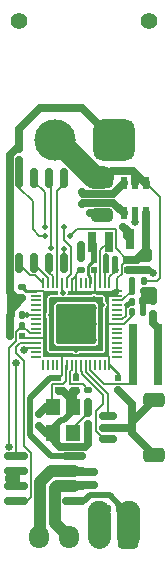
<source format=gbr>
%TF.GenerationSoftware,KiCad,Pcbnew,9.0.0*%
%TF.CreationDate,2025-04-10T00:07:50-07:00*%
%TF.ProjectId,RP2350_60QFN_minimal,52503233-3530-45f3-9630-51464e5f6d69,rev?*%
%TF.SameCoordinates,Original*%
%TF.FileFunction,Copper,L1,Top*%
%TF.FilePolarity,Positive*%
%FSLAX46Y46*%
G04 Gerber Fmt 4.6, Leading zero omitted, Abs format (unit mm)*
G04 Created by KiCad (PCBNEW 9.0.0) date 2025-04-10 00:07:50*
%MOMM*%
%LPD*%
G01*
G04 APERTURE LIST*
G04 Aperture macros list*
%AMRoundRect*
0 Rectangle with rounded corners*
0 $1 Rounding radius*
0 $2 $3 $4 $5 $6 $7 $8 $9 X,Y pos of 4 corners*
0 Add a 4 corners polygon primitive as box body*
4,1,4,$2,$3,$4,$5,$6,$7,$8,$9,$2,$3,0*
0 Add four circle primitives for the rounded corners*
1,1,$1+$1,$2,$3*
1,1,$1+$1,$4,$5*
1,1,$1+$1,$6,$7*
1,1,$1+$1,$8,$9*
0 Add four rect primitives between the rounded corners*
20,1,$1+$1,$2,$3,$4,$5,0*
20,1,$1+$1,$4,$5,$6,$7,0*
20,1,$1+$1,$6,$7,$8,$9,0*
20,1,$1+$1,$8,$9,$2,$3,0*%
%AMFreePoly0*
4,1,18,-0.437500,0.050000,-0.433694,0.069134,-0.422855,0.085355,-0.406634,0.096194,-0.387500,0.100000,0.387500,0.100000,0.437500,0.050000,0.437500,-0.050000,0.433694,-0.069134,0.422855,-0.085355,0.406634,-0.096194,0.387500,-0.100000,-0.387500,-0.100000,-0.406634,-0.096194,-0.422855,-0.085355,-0.433694,-0.069134,-0.437500,-0.050000,-0.437500,0.050000,-0.437500,0.050000,$1*%
%AMFreePoly1*
4,1,18,-0.437500,0.050000,-0.433694,0.069134,-0.422855,0.085355,-0.406634,0.096194,-0.387500,0.100000,0.387500,0.100000,0.406634,0.096194,0.422855,0.085355,0.433694,0.069134,0.437500,0.050000,0.437500,-0.050000,0.387500,-0.100000,-0.387500,-0.100000,-0.406634,-0.096194,-0.422855,-0.085355,-0.433694,-0.069134,-0.437500,-0.050000,-0.437500,0.050000,-0.437500,0.050000,$1*%
%AMFreePoly2*
4,1,18,-0.100000,0.387500,-0.050000,0.437500,0.050000,0.437500,0.069134,0.433694,0.085355,0.422855,0.096194,0.406634,0.100000,0.387500,0.100000,-0.387500,0.096194,-0.406634,0.085355,-0.422855,0.069134,-0.433694,0.050000,-0.437500,-0.050000,-0.437500,-0.069134,-0.433694,-0.085355,-0.422855,-0.096194,-0.406634,-0.100000,-0.387500,-0.100000,0.387500,-0.100000,0.387500,$1*%
%AMFreePoly3*
4,1,18,-0.100000,0.387500,-0.096194,0.406634,-0.085355,0.422855,-0.069134,0.433694,-0.050000,0.437500,0.050000,0.437500,0.100000,0.387500,0.100000,-0.387500,0.096194,-0.406634,0.085355,-0.422855,0.069134,-0.433694,0.050000,-0.437500,-0.050000,-0.437500,-0.069134,-0.433694,-0.085355,-0.422855,-0.096194,-0.406634,-0.100000,-0.387500,-0.100000,0.387500,-0.100000,0.387500,$1*%
%AMFreePoly4*
4,1,18,-0.437500,0.050000,-0.433694,0.069134,-0.422855,0.085355,-0.406634,0.096194,-0.387500,0.100000,0.387500,0.100000,0.406634,0.096194,0.422855,0.085355,0.433694,0.069134,0.437500,0.050000,0.437500,-0.050000,0.433694,-0.069134,0.422855,-0.085355,0.406634,-0.096194,0.387500,-0.100000,-0.387500,-0.100000,-0.437500,-0.050000,-0.437500,0.050000,-0.437500,0.050000,$1*%
%AMFreePoly5*
4,1,18,-0.437500,0.050000,-0.387500,0.100000,0.387500,0.100000,0.406634,0.096194,0.422855,0.085355,0.433694,0.069134,0.437500,0.050000,0.437500,-0.050000,0.433694,-0.069134,0.422855,-0.085355,0.406634,-0.096194,0.387500,-0.100000,-0.387500,-0.100000,-0.406634,-0.096194,-0.422855,-0.085355,-0.433694,-0.069134,-0.437500,-0.050000,-0.437500,0.050000,-0.437500,0.050000,$1*%
%AMFreePoly6*
4,1,18,-0.100000,0.387500,-0.096194,0.406634,-0.085355,0.422855,-0.069134,0.433694,-0.050000,0.437500,0.050000,0.437500,0.069134,0.433694,0.085355,0.422855,0.096194,0.406634,0.100000,0.387500,0.100000,-0.387500,0.050000,-0.437500,-0.050000,-0.437500,-0.069134,-0.433694,-0.085355,-0.422855,-0.096194,-0.406634,-0.100000,-0.387500,-0.100000,0.387500,-0.100000,0.387500,$1*%
%AMFreePoly7*
4,1,18,-0.100000,0.387500,-0.096194,0.406634,-0.085355,0.422855,-0.069134,0.433694,-0.050000,0.437500,0.050000,0.437500,0.069134,0.433694,0.085355,0.422855,0.096194,0.406634,0.100000,0.387500,0.100000,-0.387500,0.096194,-0.406634,0.085355,-0.422855,0.069134,-0.433694,0.050000,-0.437500,-0.050000,-0.437500,-0.100000,-0.387500,-0.100000,0.387500,-0.100000,0.387500,$1*%
G04 Aperture macros list end*
%TA.AperFunction,SMDPad,CuDef*%
%ADD10R,0.530000X0.470000*%
%TD*%
%TA.AperFunction,SMDPad,CuDef*%
%ADD11RoundRect,0.140000X-0.170000X0.140000X-0.170000X-0.140000X0.170000X-0.140000X0.170000X0.140000X0*%
%TD*%
%TA.AperFunction,SMDPad,CuDef*%
%ADD12RoundRect,0.135000X0.135000X0.185000X-0.135000X0.185000X-0.135000X-0.185000X0.135000X-0.185000X0*%
%TD*%
%TA.AperFunction,SMDPad,CuDef*%
%ADD13R,0.599999X1.100000*%
%TD*%
%TA.AperFunction,SMDPad,CuDef*%
%ADD14RoundRect,0.162500X0.162500X-0.650000X0.162500X0.650000X-0.162500X0.650000X-0.162500X-0.650000X0*%
%TD*%
%TA.AperFunction,SMDPad,CuDef*%
%ADD15RoundRect,0.150000X0.625000X-0.150000X0.625000X0.150000X-0.625000X0.150000X-0.625000X-0.150000X0*%
%TD*%
%TA.AperFunction,SMDPad,CuDef*%
%ADD16RoundRect,0.250000X0.650000X-0.350000X0.650000X0.350000X-0.650000X0.350000X-0.650000X-0.350000X0*%
%TD*%
%TA.AperFunction,SMDPad,CuDef*%
%ADD17RoundRect,0.140000X0.170000X-0.140000X0.170000X0.140000X-0.170000X0.140000X-0.170000X-0.140000X0*%
%TD*%
%TA.AperFunction,SMDPad,CuDef*%
%ADD18R,1.200000X1.400000*%
%TD*%
%TA.AperFunction,SMDPad,CuDef*%
%ADD19R,0.470000X0.530000*%
%TD*%
%TA.AperFunction,SMDPad,CuDef*%
%ADD20R,0.700000X1.700000*%
%TD*%
%TA.AperFunction,SMDPad,CuDef*%
%ADD21RoundRect,0.140000X-0.140000X-0.170000X0.140000X-0.170000X0.140000X0.170000X-0.140000X0.170000X0*%
%TD*%
%TA.AperFunction,SMDPad,CuDef*%
%ADD22RoundRect,0.135000X0.185000X-0.135000X0.185000X0.135000X-0.185000X0.135000X-0.185000X-0.135000X0*%
%TD*%
%TA.AperFunction,SMDPad,CuDef*%
%ADD23RoundRect,0.250000X-0.650000X0.325000X-0.650000X-0.325000X0.650000X-0.325000X0.650000X0.325000X0*%
%TD*%
%TA.AperFunction,SMDPad,CuDef*%
%ADD24RoundRect,0.140000X0.140000X0.170000X-0.140000X0.170000X-0.140000X-0.170000X0.140000X-0.170000X0*%
%TD*%
%TA.AperFunction,SMDPad,CuDef*%
%ADD25FreePoly0,0.000000*%
%TD*%
%TA.AperFunction,SMDPad,CuDef*%
%ADD26RoundRect,0.050000X-0.387500X-0.050000X0.387500X-0.050000X0.387500X0.050000X-0.387500X0.050000X0*%
%TD*%
%TA.AperFunction,SMDPad,CuDef*%
%ADD27FreePoly1,0.000000*%
%TD*%
%TA.AperFunction,SMDPad,CuDef*%
%ADD28FreePoly2,0.000000*%
%TD*%
%TA.AperFunction,SMDPad,CuDef*%
%ADD29RoundRect,0.050000X-0.050000X-0.387500X0.050000X-0.387500X0.050000X0.387500X-0.050000X0.387500X0*%
%TD*%
%TA.AperFunction,SMDPad,CuDef*%
%ADD30FreePoly3,0.000000*%
%TD*%
%TA.AperFunction,SMDPad,CuDef*%
%ADD31FreePoly4,0.000000*%
%TD*%
%TA.AperFunction,SMDPad,CuDef*%
%ADD32FreePoly5,0.000000*%
%TD*%
%TA.AperFunction,SMDPad,CuDef*%
%ADD33FreePoly6,0.000000*%
%TD*%
%TA.AperFunction,SMDPad,CuDef*%
%ADD34FreePoly7,0.000000*%
%TD*%
%TA.AperFunction,ComponentPad*%
%ADD35C,0.635000*%
%TD*%
%TA.AperFunction,SMDPad,CuDef*%
%ADD36RoundRect,0.153000X1.547000X-1.547000X1.547000X1.547000X-1.547000X1.547000X-1.547000X-1.547000X0*%
%TD*%
%TA.AperFunction,SMDPad,CuDef*%
%ADD37RoundRect,0.135000X-0.185000X0.135000X-0.185000X-0.135000X0.185000X-0.135000X0.185000X0.135000X0*%
%TD*%
%TA.AperFunction,ComponentPad*%
%ADD38RoundRect,0.250000X0.600000X0.725000X-0.600000X0.725000X-0.600000X-0.725000X0.600000X-0.725000X0*%
%TD*%
%TA.AperFunction,ComponentPad*%
%ADD39O,1.700000X1.950000*%
%TD*%
%TA.AperFunction,SMDPad,CuDef*%
%ADD40RoundRect,0.135000X-0.135000X-0.185000X0.135000X-0.185000X0.135000X0.185000X-0.135000X0.185000X0*%
%TD*%
%TA.AperFunction,SMDPad,CuDef*%
%ADD41R,0.650000X1.050000*%
%TD*%
%TA.AperFunction,ComponentPad*%
%ADD42C,1.400000*%
%TD*%
%TA.AperFunction,ComponentPad*%
%ADD43RoundRect,0.770000X-0.980000X-0.980000X0.980000X-0.980000X0.980000X0.980000X-0.980000X0.980000X0*%
%TD*%
%TA.AperFunction,ComponentPad*%
%ADD44C,3.500000*%
%TD*%
%TA.AperFunction,SMDPad,CuDef*%
%ADD45RoundRect,0.150000X-0.825000X-0.150000X0.825000X-0.150000X0.825000X0.150000X-0.825000X0.150000X0*%
%TD*%
%TA.AperFunction,ViaPad*%
%ADD46C,1.905000*%
%TD*%
%TA.AperFunction,ViaPad*%
%ADD47C,0.508000*%
%TD*%
%TA.AperFunction,ViaPad*%
%ADD48C,0.635000*%
%TD*%
%TA.AperFunction,Conductor*%
%ADD49C,1.905000*%
%TD*%
%TA.AperFunction,Conductor*%
%ADD50C,0.508000*%
%TD*%
%TA.AperFunction,Conductor*%
%ADD51C,0.190500*%
%TD*%
%TA.AperFunction,Conductor*%
%ADD52C,0.635000*%
%TD*%
%TA.AperFunction,Conductor*%
%ADD53C,0.254000*%
%TD*%
%TA.AperFunction,Conductor*%
%ADD54C,0.444500*%
%TD*%
%TA.AperFunction,Conductor*%
%ADD55C,1.016000*%
%TD*%
G04 APERTURE END LIST*
D10*
%TO.P,C18,1*%
%TO.N,+3V3*%
X20701000Y-50666000D03*
%TO.P,C18,2*%
%TO.N,GND*%
X20701000Y-51696000D03*
%TD*%
D11*
%TO.P,C2,1*%
%TO.N,/XIN*%
X19050000Y-53749000D03*
%TO.P,C2,2*%
%TO.N,GND*%
X19050000Y-54709000D03*
%TD*%
D12*
%TO.P,R5,1*%
%TO.N,+3V3*%
X26545000Y-40640000D03*
%TO.P,R5,2*%
%TO.N,/VREG_AVDD*%
X25525000Y-40640000D03*
%TD*%
D13*
%TO.P,U2,1,CB*%
%TO.N,Net-(U2-CB)*%
X26227999Y-36733000D03*
%TO.P,U2,2,GND*%
%TO.N,GND*%
X27178000Y-36733000D03*
%TO.P,U2,3,FB*%
%TO.N,+3V3*%
X28128001Y-36733000D03*
%TO.P,U2,4,EN*%
%TO.N,+24V*%
X28128001Y-34133000D03*
%TO.P,U2,5,VIN*%
X27178000Y-34133000D03*
%TO.P,U2,6,SW*%
%TO.N,Net-(U2-SW)*%
X26227999Y-34133000D03*
%TD*%
D14*
%TO.P,U1,1,~{CS}*%
%TO.N,/FLASH_SS*%
X17399000Y-40925500D03*
%TO.P,U1,2,DO(IO1)*%
%TO.N,/QSPI_SD1*%
X18669000Y-40925500D03*
%TO.P,U1,3,IO2*%
%TO.N,/QSPI_SD2*%
X19939000Y-40925500D03*
%TO.P,U1,4,GND*%
%TO.N,GND*%
X21209000Y-40925500D03*
%TO.P,U1,5,DI(IO0)*%
%TO.N,/QSPI_SD0*%
X21209000Y-33750500D03*
%TO.P,U1,6,CLK*%
%TO.N,/QSPI_SCLK*%
X19939000Y-33750500D03*
%TO.P,U1,7,IO3*%
%TO.N,/QSPI_SD3*%
X18669000Y-33750500D03*
%TO.P,U1,8,VCC*%
%TO.N,+3V3*%
X17399000Y-33750500D03*
%TD*%
D15*
%TO.P,J3,1,Pin_1*%
%TO.N,/SWCLK*%
X24924000Y-55864000D03*
%TO.P,J3,2,Pin_2*%
%TO.N,GND*%
X24924000Y-54864000D03*
%TO.P,J3,3,Pin_3*%
%TO.N,/SWD*%
X24924000Y-53864000D03*
D16*
%TO.P,J3,MP,MountPin*%
%TO.N,GND*%
X28799000Y-57164000D03*
X28799000Y-52564000D03*
%TD*%
D17*
%TO.P,C13,1*%
%TO.N,+3V3*%
X22606000Y-41501000D03*
%TO.P,C13,2*%
%TO.N,GND*%
X22606000Y-40541000D03*
%TD*%
D18*
%TO.P,Y1,1,1*%
%TO.N,/XIN*%
X20232000Y-53129000D03*
%TO.P,Y1,2,2*%
%TO.N,GND*%
X20232000Y-55329000D03*
%TO.P,Y1,3,3*%
%TO.N,Net-(C3-Pad1)*%
X21932000Y-55329000D03*
%TO.P,Y1,4,4*%
%TO.N,GND*%
X21932000Y-53129000D03*
%TD*%
D19*
%TO.P,C7,1*%
%TO.N,+1V1*%
X23742000Y-40640000D03*
%TO.P,C7,2*%
%TO.N,GND*%
X24772000Y-40640000D03*
%TD*%
D10*
%TO.P,C15,1*%
%TO.N,+3V3*%
X25753000Y-50666000D03*
%TO.P,C15,2*%
%TO.N,GND*%
X25753000Y-51696000D03*
%TD*%
D20*
%TO.P,L2,1,1*%
%TO.N,+1V1*%
X23557000Y-39116000D03*
%TO.P,L2,2,2*%
%TO.N,/VREG_LX*%
X24957000Y-39116000D03*
%TD*%
D21*
%TO.P,C20,1*%
%TO.N,+24V*%
X24920000Y-61722000D03*
%TO.P,C20,2*%
%TO.N,GND*%
X25880000Y-61722000D03*
%TD*%
D17*
%TO.P,C4,1*%
%TO.N,+3V3*%
X17399000Y-32230000D03*
%TO.P,C4,2*%
%TO.N,GND*%
X17399000Y-31270000D03*
%TD*%
D10*
%TO.P,C11,1*%
%TO.N,+1V1*%
X22225000Y-50666000D03*
%TO.P,C11,2*%
%TO.N,GND*%
X22225000Y-51696000D03*
%TD*%
D22*
%TO.P,R4,1*%
%TO.N,Net-(R4-Pad1)*%
X28702000Y-45214000D03*
%TO.P,R4,2*%
%TO.N,GND*%
X28702000Y-44194000D03*
%TD*%
D11*
%TO.P,C6,1*%
%TO.N,Net-(U2-SW)*%
X22733000Y-34953000D03*
%TO.P,C6,2*%
%TO.N,Net-(U2-CB)*%
X22733000Y-35913000D03*
%TD*%
%TO.P,C19,1*%
%TO.N,+3V3*%
X27432000Y-40541000D03*
%TO.P,C19,2*%
%TO.N,GND*%
X27432000Y-41501000D03*
%TD*%
D23*
%TO.P,C1,1*%
%TO.N,+24V*%
X24384000Y-33958000D03*
%TO.P,C1,2*%
%TO.N,GND*%
X24384000Y-36908000D03*
%TD*%
D21*
%TO.P,C9,1*%
%TO.N,+1V1*%
X26952000Y-44196000D03*
%TO.P,C9,2*%
%TO.N,GND*%
X27912000Y-44196000D03*
%TD*%
D24*
%TO.P,C12,1*%
%TO.N,+1V1*%
X17625000Y-45339000D03*
%TO.P,C12,2*%
%TO.N,GND*%
X16665000Y-45339000D03*
%TD*%
D25*
%TO.P,U3,1,IOVDD*%
%TO.N,+3V3*%
X18787500Y-43301000D03*
D26*
%TO.P,U3,2,GPIO0*%
%TO.N,/GPIO0*%
X18787500Y-43701000D03*
%TO.P,U3,3,GPIO1*%
%TO.N,/GPIO1*%
X18787500Y-44101000D03*
%TO.P,U3,4,GPIO2*%
%TO.N,/GPIO2*%
X18787500Y-44501000D03*
%TO.P,U3,5,GPIO3*%
%TO.N,/GPIO3*%
X18787500Y-44901000D03*
%TO.P,U3,6,DVDD*%
%TO.N,+1V1*%
X18787500Y-45301000D03*
%TO.P,U3,7,GPIO4*%
%TO.N,/GPIO4*%
X18787500Y-45701000D03*
%TO.P,U3,8,GPIO5*%
%TO.N,/GPIO5*%
X18787500Y-46101000D03*
%TO.P,U3,9,GPIO6*%
%TO.N,/GPIO6*%
X18787500Y-46501000D03*
%TO.P,U3,10,GPIO7*%
%TO.N,/GPIO7*%
X18787500Y-46901000D03*
%TO.P,U3,11,IOVDD*%
%TO.N,+3V3*%
X18787500Y-47301000D03*
%TO.P,U3,12,GPIO8*%
%TO.N,/GPIO8*%
X18787500Y-47701000D03*
%TO.P,U3,13,GPIO9*%
%TO.N,/GPIO9*%
X18787500Y-48101000D03*
%TO.P,U3,14,GPIO10*%
%TO.N,/GPIO10*%
X18787500Y-48501000D03*
D27*
%TO.P,U3,15,GPIO11*%
%TO.N,/GPIO11*%
X18787500Y-48901000D03*
D28*
%TO.P,U3,16,GPIO12*%
%TO.N,/GPIO12*%
X19425000Y-49538500D03*
D29*
%TO.P,U3,17,GPIO13*%
%TO.N,/GPIO13*%
X19825000Y-49538500D03*
%TO.P,U3,18,GPIO14*%
%TO.N,/GPIO14*%
X20225000Y-49538500D03*
%TO.P,U3,19,GPIO15*%
%TO.N,/GPIO15*%
X20625000Y-49538500D03*
%TO.P,U3,20,IOVDD*%
%TO.N,+3V3*%
X21025000Y-49538500D03*
%TO.P,U3,21,XIN*%
%TO.N,/XIN*%
X21425000Y-49538500D03*
%TO.P,U3,22,XOUT*%
%TO.N,/XOUT*%
X21825000Y-49538500D03*
%TO.P,U3,23,DVDD*%
%TO.N,+1V1*%
X22225000Y-49538500D03*
%TO.P,U3,24,SWCLK*%
%TO.N,/SWCLK*%
X22625000Y-49538500D03*
%TO.P,U3,25,SWD*%
%TO.N,/SWD*%
X23025000Y-49538500D03*
%TO.P,U3,26,RUN*%
%TO.N,/RUN*%
X23425000Y-49538500D03*
%TO.P,U3,27,GPIO16*%
%TO.N,/GPIO16*%
X23825000Y-49538500D03*
%TO.P,U3,28,GPIO17*%
%TO.N,/GPIO17*%
X24225000Y-49538500D03*
%TO.P,U3,29,GPIO18*%
%TO.N,/GPIO18*%
X24625000Y-49538500D03*
D30*
%TO.P,U3,30,IOVDD*%
%TO.N,+3V3*%
X25025000Y-49538500D03*
D31*
%TO.P,U3,31,GPIO19*%
%TO.N,/GPIO19*%
X25662500Y-48901000D03*
D26*
%TO.P,U3,32,GPIO20*%
%TO.N,/GPIO20*%
X25662500Y-48501000D03*
%TO.P,U3,33,GPIO21*%
%TO.N,/GPIO21*%
X25662500Y-48101000D03*
%TO.P,U3,34,GPIO22*%
%TO.N,/GPIO22*%
X25662500Y-47701000D03*
%TO.P,U3,35,GPIO23*%
%TO.N,/GPIO23*%
X25662500Y-47301000D03*
%TO.P,U3,36,GPIO24*%
%TO.N,/GPIO24*%
X25662500Y-46901000D03*
%TO.P,U3,37,GPIO25*%
%TO.N,/GPIO25*%
X25662500Y-46501000D03*
%TO.P,U3,38,IOVDD*%
%TO.N,+3V3*%
X25662500Y-46101000D03*
%TO.P,U3,39,DVDD*%
%TO.N,+1V1*%
X25662500Y-45701000D03*
%TO.P,U3,40,GPIO26_ADC0*%
%TO.N,/GPIO26_ADC0*%
X25662500Y-45301000D03*
%TO.P,U3,41,GPIO27_ADC1*%
%TO.N,/GPIO27_ADC1*%
X25662500Y-44901000D03*
%TO.P,U3,42,GPIO28_ADC2*%
%TO.N,/GPIO28_ADC2*%
X25662500Y-44501000D03*
%TO.P,U3,43,GPIO29_ADC3*%
%TO.N,/GPIO29_ADC3*%
X25662500Y-44101000D03*
%TO.P,U3,44,ADC_AVDD*%
%TO.N,+3V3*%
X25662500Y-43701000D03*
D32*
%TO.P,U3,45,IOVDD*%
X25662500Y-43301000D03*
D33*
%TO.P,U3,46,VREG_AVDD*%
%TO.N,/VREG_AVDD*%
X25025000Y-42663500D03*
D29*
%TO.P,U3,47,VREG_PGND*%
%TO.N,GND*%
X24625000Y-42663500D03*
%TO.P,U3,48,VREG_LX*%
%TO.N,/VREG_LX*%
X24225000Y-42663500D03*
%TO.P,U3,49,VREG_VIN*%
%TO.N,+3V3*%
X23825000Y-42663500D03*
%TO.P,U3,50,VREG_FB*%
%TO.N,+1V1*%
X23425000Y-42663500D03*
%TO.P,U3,51,USB_DM*%
%TO.N,unconnected-(U3-USB_DM-Pad51)*%
X23025000Y-42663500D03*
%TO.P,U3,52,USB_DP*%
%TO.N,unconnected-(U3-USB_DP-Pad52)*%
X22625000Y-42663500D03*
%TO.P,U3,53,USB_OTP_VDD*%
%TO.N,+3V3*%
X22225000Y-42663500D03*
%TO.P,U3,54,QSPI_IOVDD*%
X21825000Y-42663500D03*
%TO.P,U3,55,QSPI_SD3*%
%TO.N,/QSPI_SD3*%
X21425000Y-42663500D03*
%TO.P,U3,56,QSPI_SCLK*%
%TO.N,/QSPI_SCLK*%
X21025000Y-42663500D03*
%TO.P,U3,57,QSPI_SD0*%
%TO.N,/QSPI_SD0*%
X20625000Y-42663500D03*
%TO.P,U3,58,QSPI_SD2*%
%TO.N,/QSPI_SD2*%
X20225000Y-42663500D03*
%TO.P,U3,59,QSPI_SD1*%
%TO.N,/QSPI_SD1*%
X19825000Y-42663500D03*
D34*
%TO.P,U3,60,QSPI_SS*%
%TO.N,/FLASH_SS*%
X19425000Y-42663500D03*
D35*
%TO.P,U3,61,GND*%
%TO.N,GND*%
X20850000Y-44726000D03*
X20850000Y-46101000D03*
X20850000Y-47476000D03*
X22225000Y-44726000D03*
X22225000Y-46101000D03*
D36*
X22225000Y-46101000D03*
D35*
X22225000Y-47476000D03*
X23600000Y-44726000D03*
X23600000Y-46101000D03*
X23600000Y-47476000D03*
%TD*%
D19*
%TO.P,C5,1*%
%TO.N,+3V3*%
X23742000Y-41529000D03*
%TO.P,C5,2*%
%TO.N,GND*%
X24772000Y-41529000D03*
%TD*%
D37*
%TO.P,R3,1*%
%TO.N,/XOUT*%
X23241000Y-51687000D03*
%TO.P,R3,2*%
%TO.N,Net-(C3-Pad1)*%
X23241000Y-52707000D03*
%TD*%
D38*
%TO.P,J5,1,Pin_1*%
%TO.N,GND*%
X26610000Y-64142500D03*
D39*
%TO.P,J5,2,Pin_2*%
%TO.N,+24V*%
X24110000Y-64142500D03*
%TO.P,J5,3,Pin_3*%
%TO.N,/RS485-A*%
X21610000Y-64142500D03*
%TO.P,J5,4,Pin_4*%
%TO.N,/RS485-B*%
X19110000Y-64142500D03*
%TD*%
D11*
%TO.P,C16,1*%
%TO.N,+3V3*%
X17653000Y-42954000D03*
%TO.P,C16,2*%
%TO.N,GND*%
X17653000Y-43914000D03*
%TD*%
D20*
%TO.P,L1,1,1*%
%TO.N,Net-(U2-SW)*%
X26732000Y-38862000D03*
%TO.P,L1,2,2*%
%TO.N,+3V3*%
X28132000Y-38862000D03*
%TD*%
D19*
%TO.P,C17,1*%
%TO.N,+3V3*%
X17660000Y-47117000D03*
%TO.P,C17,2*%
%TO.N,GND*%
X16630000Y-47117000D03*
%TD*%
D40*
%TO.P,R2,1*%
%TO.N,/GPIO29_ADC3*%
X26922000Y-43307000D03*
%TO.P,R2,2*%
%TO.N,GND*%
X27942000Y-43307000D03*
%TD*%
D41*
%TO.P,SW1,1,1*%
%TO.N,Net-(R4-Pad1)*%
X29142000Y-46609000D03*
X29142000Y-50759000D03*
%TO.P,SW1,2,2*%
%TO.N,/RUN*%
X26992000Y-46609000D03*
X26992000Y-50734000D03*
%TD*%
D11*
%TO.P,C3,1*%
%TO.N,Net-(C3-Pad1)*%
X23241000Y-53594000D03*
%TO.P,C3,2*%
%TO.N,GND*%
X23241000Y-54554000D03*
%TD*%
D42*
%TO.P,J1,*%
%TO.N,GND*%
X17400000Y-20480000D03*
X28400000Y-20480000D03*
D43*
%TO.P,J1,1,Pin_1*%
X25400000Y-30480000D03*
D44*
%TO.P,J1,2,Pin_2*%
%TO.N,+24V*%
X20400000Y-30480000D03*
%TD*%
D21*
%TO.P,C14,1*%
%TO.N,+3V3*%
X26952000Y-45085000D03*
%TO.P,C14,2*%
%TO.N,GND*%
X27912000Y-45085000D03*
%TD*%
D37*
%TO.P,R7,1*%
%TO.N,/RS485-B*%
X23749000Y-58672000D03*
%TO.P,R7,2*%
%TO.N,/RS485-A*%
X23749000Y-59692000D03*
%TD*%
D19*
%TO.P,C10,1*%
%TO.N,/VREG_AVDD*%
X25520000Y-41529000D03*
%TO.P,C10,2*%
%TO.N,GND*%
X26550000Y-41529000D03*
%TD*%
D45*
%TO.P,U4,1,RO*%
%TO.N,/GPIO9*%
X17083000Y-57277000D03*
%TO.P,U4,2,~{RE}*%
%TO.N,/GPIO7*%
X17083000Y-58547000D03*
%TO.P,U4,3,DE*%
X17083000Y-59817000D03*
%TO.P,U4,4,DI*%
%TO.N,/GPIO8*%
X17083000Y-61087000D03*
%TO.P,U4,5,GND*%
%TO.N,GND*%
X22033000Y-61087000D03*
%TO.P,U4,6,A*%
%TO.N,/RS485-A*%
X22033000Y-59817000D03*
%TO.P,U4,7,B*%
%TO.N,/RS485-B*%
X22033000Y-58547000D03*
%TO.P,U4,8,VCC*%
%TO.N,+3V3*%
X22033000Y-57277000D03*
%TD*%
D12*
%TO.P,R1,1*%
%TO.N,+24V*%
X27942000Y-42418000D03*
%TO.P,R1,2*%
%TO.N,/GPIO29_ADC3*%
X26922000Y-42418000D03*
%TD*%
%TO.P,R6,1*%
%TO.N,/GPIO7*%
X17655000Y-46228000D03*
%TO.P,R6,2*%
%TO.N,GND*%
X16635000Y-46228000D03*
%TD*%
D11*
%TO.P,C8,1*%
%TO.N,+3V3*%
X28321000Y-40541000D03*
%TO.P,C8,2*%
%TO.N,GND*%
X28321000Y-41501000D03*
%TD*%
D46*
%TO.N,+24V*%
X24130000Y-61976000D03*
D47*
%TO.N,GND*%
X21209000Y-39751000D03*
D48*
X26924000Y-54864000D03*
D46*
X26670000Y-61976000D03*
D48*
X28702000Y-43307000D03*
X22606000Y-39370000D03*
X23241000Y-55372000D03*
X28702000Y-41783000D03*
D47*
X24765000Y-40370002D03*
D48*
X23368000Y-36703000D03*
X27178000Y-37465000D03*
D47*
%TO.N,+3V3*%
X19558000Y-38608000D03*
X21717000Y-38608000D03*
D48*
%TO.N,Net-(U2-SW)*%
X26162000Y-37846000D03*
X25308999Y-35052000D03*
D47*
%TO.N,+1V1*%
X24384000Y-44450000D03*
X26511250Y-44450000D03*
X22225000Y-50419000D03*
X22225000Y-48260000D03*
X23742000Y-40132000D03*
X20066000Y-45339000D03*
X18034000Y-45301000D03*
X23749000Y-43942000D03*
D48*
%TO.N,/GPIO9*%
X17145000Y-49403000D03*
X17780000Y-48263750D03*
%TO.N,/GPIO7*%
X16510000Y-59182000D03*
X16510000Y-56509500D03*
D47*
%TO.N,/QSPI_SD3*%
X21209000Y-37846000D03*
X19557425Y-37846000D03*
%TO.N,/QSPI_SCLK*%
X21082000Y-43434000D03*
X20066000Y-39624000D03*
%TD*%
D49*
%TO.N,+24V*%
X24110000Y-64142500D02*
X24110000Y-62230000D01*
D50*
X24110000Y-61996000D02*
X24130000Y-61976000D01*
D51*
X29083000Y-42418000D02*
X29337000Y-42164000D01*
D49*
X20400000Y-30480000D02*
X20574000Y-30480000D01*
D52*
X24384000Y-33958000D02*
X25227500Y-33114500D01*
D49*
X20574000Y-30480000D02*
X23725000Y-33631000D01*
D50*
X24110000Y-62230000D02*
X24110000Y-61996000D01*
D52*
X26996498Y-33114500D02*
X27178000Y-33296002D01*
D49*
X23725000Y-33631000D02*
X24384000Y-33631000D01*
D52*
X28128001Y-34133000D02*
X28014998Y-34133000D01*
X28014998Y-34133000D02*
X26996498Y-33114500D01*
D51*
X27942000Y-42418000D02*
X29083000Y-42418000D01*
D52*
X27178000Y-33296002D02*
X27178000Y-34133000D01*
D51*
X29337000Y-35341999D02*
X28128001Y-34133000D01*
D52*
X25227500Y-33114500D02*
X26996498Y-33114500D01*
D51*
X29337000Y-42164000D02*
X29337000Y-35341999D01*
D52*
%TO.N,GND*%
X26924000Y-54864000D02*
X26924000Y-55289000D01*
X27432000Y-41501000D02*
X26647000Y-41501000D01*
X28702000Y-44194000D02*
X28702000Y-43307000D01*
D50*
X21214000Y-54224000D02*
X20927000Y-54224000D01*
X28702000Y-44194000D02*
X27914000Y-44194000D01*
D52*
X23241000Y-55372000D02*
X23241000Y-54554000D01*
X24924000Y-54864000D02*
X26924000Y-54864000D01*
X20863500Y-56497500D02*
X23000500Y-56497500D01*
X27432000Y-41501000D02*
X28321000Y-41501000D01*
X16605500Y-43402500D02*
X16605500Y-31753501D01*
X17117000Y-43914000D02*
X16605500Y-43402500D01*
D50*
X27912000Y-45085000D02*
X27912000Y-44196000D01*
X25046999Y-60579000D02*
X25880000Y-61412001D01*
D53*
X28420000Y-41501000D02*
X28702000Y-41783000D01*
D50*
X23368000Y-60579000D02*
X25046999Y-60579000D01*
D49*
X26610000Y-64142500D02*
X26610000Y-62230000D01*
D52*
X25768000Y-51711000D02*
X25753000Y-51711000D01*
X17089001Y-31270000D02*
X17399000Y-31270000D01*
X26647000Y-41501000D02*
X26619000Y-41529000D01*
X26924000Y-54864000D02*
X26924000Y-52867000D01*
X16581250Y-45422750D02*
X16581250Y-47117000D01*
X22606000Y-40541000D02*
X22606000Y-39370000D01*
X23000500Y-56497500D02*
X23241000Y-56257000D01*
X21932000Y-51794000D02*
X21947500Y-51778500D01*
X16665000Y-45339000D02*
X16665000Y-43462000D01*
X27942000Y-43307000D02*
X28702000Y-43307000D01*
D50*
X26610000Y-62036000D02*
X26670000Y-61976000D01*
X24772000Y-40640000D02*
X24772000Y-40377002D01*
D52*
X16605500Y-31753501D02*
X17089001Y-31270000D01*
X17399000Y-31270000D02*
X17399000Y-29586284D01*
X26924000Y-55289000D02*
X28799000Y-57164000D01*
X17653000Y-43914000D02*
X17117000Y-43914000D01*
X21932000Y-53129000D02*
X21932000Y-52592000D01*
X26924000Y-52867000D02*
X25768000Y-51711000D01*
X19670000Y-55329000D02*
X19050000Y-54709000D01*
X27912000Y-44097000D02*
X28702000Y-43307000D01*
X16665000Y-44902000D02*
X17653000Y-43914000D01*
X21932000Y-52592000D02*
X21084750Y-51744750D01*
D50*
X27942000Y-43307000D02*
X27942000Y-44166000D01*
X27942000Y-44166000D02*
X27912000Y-44196000D01*
D52*
X26924000Y-54439000D02*
X28799000Y-52564000D01*
D50*
X22033000Y-61087000D02*
X22860000Y-61087000D01*
D52*
X21947500Y-51778500D02*
X22225000Y-51778500D01*
X17399000Y-29586284D02*
X19172284Y-27813000D01*
D50*
X21932000Y-53506000D02*
X21214000Y-54224000D01*
X21932000Y-53129000D02*
X21932000Y-53506000D01*
D51*
X24625000Y-41676000D02*
X24772000Y-41529000D01*
D50*
X20232000Y-54919000D02*
X20232000Y-55329000D01*
D52*
X16665000Y-43462000D02*
X16605500Y-43402500D01*
D50*
X22860000Y-61087000D02*
X23368000Y-60579000D01*
D52*
X21084750Y-51744750D02*
X20753500Y-51744750D01*
X26924000Y-54864000D02*
X26924000Y-54439000D01*
D50*
X24772000Y-40640000D02*
X24772000Y-41529000D01*
D52*
X21932000Y-53129000D02*
X21932000Y-51794000D01*
X27912000Y-44196000D02*
X27912000Y-44097000D01*
X20232000Y-55866000D02*
X20863500Y-56497500D01*
D51*
X21209000Y-40925500D02*
X21209000Y-39751000D01*
D50*
X27914000Y-44194000D02*
X27912000Y-44196000D01*
X20927000Y-54224000D02*
X20232000Y-54919000D01*
D52*
X23368000Y-36703000D02*
X24179000Y-36703000D01*
X19172284Y-27813000D02*
X22733000Y-27813000D01*
X16665000Y-45339000D02*
X16665000Y-44902000D01*
D50*
X25880000Y-61412001D02*
X25880000Y-61722000D01*
X26610000Y-62230000D02*
X26610000Y-62036000D01*
D52*
X20232000Y-55329000D02*
X19670000Y-55329000D01*
D50*
X24772000Y-40377002D02*
X24765000Y-40370002D01*
D52*
X16665000Y-45339000D02*
X16581250Y-45422750D01*
X24179000Y-36703000D02*
X24384000Y-36908000D01*
X22733000Y-27813000D02*
X25400000Y-30480000D01*
D53*
X28321000Y-41501000D02*
X28420000Y-41501000D01*
D52*
X23241000Y-56257000D02*
X23241000Y-55372000D01*
D51*
X24625000Y-42663500D02*
X24625000Y-41676000D01*
D52*
X20232000Y-55329000D02*
X20232000Y-55866000D01*
D51*
%TO.N,/XIN*%
X21372250Y-50927000D02*
X21372250Y-49591250D01*
X20189750Y-51214750D02*
X20223500Y-51181000D01*
X21118250Y-51181000D02*
X21372250Y-50927000D01*
X21372250Y-49591250D02*
X21425000Y-49538500D01*
X20189750Y-53086750D02*
X20189750Y-51214750D01*
X20223500Y-51181000D02*
X21118250Y-51181000D01*
X20232000Y-53129000D02*
X20189750Y-53086750D01*
D52*
X20232000Y-53129000D02*
X19670000Y-53129000D01*
X19670000Y-53129000D02*
X19050000Y-53749000D01*
D51*
%TO.N,Net-(C3-Pad1)*%
X21932000Y-55329000D02*
X21932000Y-54903000D01*
D52*
X23241000Y-53594000D02*
X23241000Y-53213000D01*
D51*
X21932000Y-54903000D02*
X23241000Y-53594000D01*
D52*
X23241000Y-53213000D02*
X23241000Y-52707000D01*
D51*
%TO.N,+3V3*%
X21825000Y-42663500D02*
X21825000Y-43415000D01*
D52*
X26545000Y-40640000D02*
X27333000Y-40640000D01*
D53*
X18787500Y-43301000D02*
X18000000Y-43301000D01*
D50*
X22033000Y-57277000D02*
X20070000Y-57277000D01*
D51*
X17399000Y-34562999D02*
X17399000Y-33750500D01*
D50*
X18327500Y-55534500D02*
X18327500Y-52369540D01*
D51*
X23825000Y-43383000D02*
X23876000Y-43434000D01*
X24971250Y-49484750D02*
X24971250Y-48847250D01*
D52*
X27333000Y-40640000D02*
X27432000Y-40541000D01*
D51*
X19501000Y-47301000D02*
X19558000Y-47244000D01*
X25662500Y-43301000D02*
X25662500Y-42235904D01*
D52*
X28321000Y-40030000D02*
X28132000Y-39841000D01*
D51*
X17809000Y-47301000D02*
X18787500Y-47301000D01*
D53*
X18000000Y-43301000D02*
X17653000Y-42954000D01*
D51*
X22225000Y-42009000D02*
X22225000Y-41882000D01*
D52*
X28132000Y-36736999D02*
X28128001Y-36733000D01*
D51*
X19470980Y-43346980D02*
X19558000Y-43434000D01*
X18523001Y-35687000D02*
X17399000Y-34562999D01*
X25662500Y-42235904D02*
X26055250Y-41843154D01*
X19050000Y-38608000D02*
X18523001Y-38081001D01*
X25662500Y-46101000D02*
X24892000Y-46101000D01*
X18833480Y-43346980D02*
X19470980Y-43346980D01*
X24971250Y-48847250D02*
X24892000Y-48768000D01*
X18523001Y-38081001D02*
X18523001Y-35687000D01*
X26952000Y-45438000D02*
X26952000Y-45085000D01*
X22225000Y-41882000D02*
X22606000Y-41501000D01*
D50*
X25402500Y-43561000D02*
X24892000Y-43561000D01*
D51*
X22225000Y-42009000D02*
X21825000Y-42409000D01*
X20701000Y-50701000D02*
X21025000Y-50377000D01*
D52*
X28132000Y-39841000D02*
X27432000Y-40541000D01*
D51*
X23825000Y-41612000D02*
X23742000Y-41529000D01*
X21025000Y-50377000D02*
X21025000Y-49538500D01*
X25025000Y-49538500D02*
X24971250Y-49484750D01*
X18787500Y-47301000D02*
X19501000Y-47301000D01*
X21025000Y-48825000D02*
X21082000Y-48768000D01*
X21717000Y-38608000D02*
X22305250Y-38019750D01*
X17625000Y-47117000D02*
X17809000Y-47301000D01*
X26055250Y-41843154D02*
X26055250Y-41129750D01*
D50*
X20070000Y-57277000D02*
X18327500Y-55534500D01*
D51*
X22225000Y-42663500D02*
X22225000Y-42009000D01*
X25553250Y-39648250D02*
X26545000Y-40640000D01*
X18787500Y-43301000D02*
X18833480Y-43346980D01*
X22225000Y-42663500D02*
X22225000Y-43434000D01*
X23825000Y-42663500D02*
X23825000Y-43383000D01*
X25662500Y-46101000D02*
X26289000Y-46101000D01*
X25553250Y-38019750D02*
X25553250Y-39648250D01*
D52*
X28132000Y-38862000D02*
X28132000Y-36736999D01*
D51*
X21025000Y-49538500D02*
X21025000Y-48825000D01*
D52*
X28321000Y-40541000D02*
X27432000Y-40541000D01*
D51*
X26289000Y-46101000D02*
X26952000Y-45438000D01*
X19558000Y-38608000D02*
X19050000Y-38608000D01*
D50*
X20031040Y-50666000D02*
X20701000Y-50666000D01*
X18327500Y-52369540D02*
X20031040Y-50666000D01*
D51*
X26055250Y-41129750D02*
X26545000Y-40640000D01*
X21825000Y-43415000D02*
X21844000Y-43434000D01*
D50*
X25662500Y-43301000D02*
X25402500Y-43561000D01*
D52*
X28132000Y-38862000D02*
X28132000Y-39841000D01*
D51*
X21825000Y-42409000D02*
X21825000Y-42663500D01*
X23825000Y-42663500D02*
X23825000Y-41612000D01*
D53*
X25753000Y-50266500D02*
X25025000Y-49538500D01*
D52*
X17399000Y-32230000D02*
X17399000Y-33750500D01*
X28321000Y-40541000D02*
X28321000Y-40030000D01*
D51*
X22305250Y-38019750D02*
X25553250Y-38019750D01*
D53*
X25753000Y-50666000D02*
X25753000Y-50266500D01*
D52*
%TO.N,Net-(U2-CB)*%
X22733000Y-35913000D02*
X22781500Y-35864500D01*
X22781500Y-35864500D02*
X25359499Y-35864500D01*
X25359499Y-35864500D02*
X26227999Y-36733000D01*
%TO.N,Net-(U2-SW)*%
X22733000Y-34953000D02*
X22832000Y-35052000D01*
X22832000Y-35052000D02*
X25308999Y-35052000D01*
X26162000Y-37846000D02*
X26478000Y-38162000D01*
X26478000Y-38608000D02*
X26732000Y-38862000D01*
X25308999Y-35052000D02*
X26227999Y-34133000D01*
X26478000Y-38162000D02*
X26478000Y-38608000D01*
D51*
%TO.N,+1V1*%
X23742000Y-40132000D02*
X23742000Y-40386000D01*
D53*
X23229000Y-41931376D02*
X23229000Y-41148000D01*
D51*
X25662500Y-45701000D02*
X26120346Y-45701000D01*
X26416000Y-44545250D02*
X26511250Y-44450000D01*
X26416000Y-45405346D02*
X26416000Y-44545250D01*
D50*
X23742000Y-39301000D02*
X23557000Y-39116000D01*
D51*
X26120346Y-45701000D02*
X26416000Y-45405346D01*
D54*
X26765250Y-44196000D02*
X26952000Y-44196000D01*
D51*
X22225000Y-50419000D02*
X22225000Y-50701000D01*
D53*
X23425000Y-42127376D02*
X23229000Y-41931376D01*
D51*
X22225000Y-49538500D02*
X22225000Y-50419000D01*
D53*
X23737000Y-40640000D02*
X23742000Y-40640000D01*
D50*
X23742000Y-40132000D02*
X23742000Y-39301000D01*
D54*
X26511250Y-44450000D02*
X26765250Y-44196000D01*
D51*
X17663000Y-45301000D02*
X17625000Y-45339000D01*
D53*
X23229000Y-41148000D02*
X23737000Y-40640000D01*
D51*
X18034000Y-45301000D02*
X17663000Y-45301000D01*
D50*
X23742000Y-40640000D02*
X23742000Y-40132000D01*
D53*
X23425000Y-42663500D02*
X23425000Y-42127376D01*
D51*
X18787500Y-45301000D02*
X18034000Y-45301000D01*
%TO.N,/VREG_AVDD*%
X25025000Y-42158000D02*
X25025000Y-42663500D01*
D50*
X25525000Y-41499000D02*
X25555000Y-41529000D01*
D51*
X25555000Y-41529000D02*
X25555000Y-41628000D01*
X25555000Y-41628000D02*
X25025000Y-42158000D01*
D50*
X25525000Y-40640000D02*
X25525000Y-41499000D01*
D51*
%TO.N,/GPIO9*%
X17145000Y-57215000D02*
X17083000Y-57277000D01*
X18787500Y-48101000D02*
X17942750Y-48101000D01*
X17145000Y-49403000D02*
X17145000Y-57215000D01*
X17942750Y-48101000D02*
X17780000Y-48263750D01*
%TO.N,/GPIO8*%
X17780000Y-56388000D02*
X18415000Y-57023000D01*
X17145000Y-48006000D02*
X17145000Y-48577500D01*
X18787500Y-47701000D02*
X17450000Y-47701000D01*
X18415000Y-57023000D02*
X18415000Y-60729999D01*
X17145000Y-48577500D02*
X17780000Y-49212500D01*
X18057999Y-61087000D02*
X17083000Y-61087000D01*
X17780000Y-49212500D02*
X17780000Y-56388000D01*
X17450000Y-47701000D02*
X17145000Y-48006000D01*
X18415000Y-60729999D02*
X18057999Y-61087000D01*
%TO.N,/GPIO7*%
X18787500Y-46901000D02*
X18328000Y-46901000D01*
D52*
X17083000Y-59817000D02*
X17083000Y-58547000D01*
D51*
X17145000Y-46738000D02*
X17655000Y-46228000D01*
X16510000Y-56509500D02*
X16510000Y-48133000D01*
X16510000Y-48133000D02*
X17145000Y-47498000D01*
D52*
X16510000Y-59120000D02*
X17083000Y-58547000D01*
X16510000Y-59182000D02*
X16510000Y-59244000D01*
D51*
X17145000Y-47498000D02*
X17145000Y-46738000D01*
X18328000Y-46901000D02*
X17655000Y-46228000D01*
D52*
X16510000Y-59182000D02*
X16510000Y-59120000D01*
X16510000Y-59244000D02*
X17083000Y-59817000D01*
D51*
%TO.N,/SWCLK*%
X23876000Y-53467000D02*
X24511000Y-52832000D01*
X24511000Y-52081204D02*
X22736250Y-50306454D01*
X24511000Y-52832000D02*
X24511000Y-52081204D01*
X22736250Y-50306454D02*
X22736250Y-50184750D01*
X22625000Y-50073500D02*
X22625000Y-49538500D01*
X22736250Y-50184750D02*
X22625000Y-50073500D01*
X23876000Y-55155538D02*
X23876000Y-53467000D01*
X24924000Y-55864000D02*
X24584462Y-55864000D01*
X24584462Y-55864000D02*
X23876000Y-55155538D01*
%TO.N,/SWD*%
X24924000Y-53864000D02*
X24924000Y-52011250D01*
X23074500Y-49962892D02*
X23025000Y-49913392D01*
X23074500Y-50040046D02*
X23074500Y-49962892D01*
X23025000Y-49913392D02*
X23025000Y-49538500D01*
X23077750Y-50043296D02*
X23074500Y-50040046D01*
X24924000Y-52011250D02*
X23077750Y-50165000D01*
X23077750Y-50165000D02*
X23077750Y-50043296D01*
%TO.N,/GPIO29_ADC3*%
X25662500Y-44101000D02*
X26128000Y-44101000D01*
D50*
X26922000Y-42418000D02*
X26922000Y-43307000D01*
D51*
X26128000Y-44101000D02*
X26922000Y-43307000D01*
%TO.N,/RUN*%
X26992000Y-50859000D02*
X26992000Y-50734000D01*
X24575904Y-51147250D02*
X26703750Y-51147250D01*
X23425000Y-49996346D02*
X24575904Y-51147250D01*
X26703750Y-51147250D02*
X26992000Y-50859000D01*
X23425000Y-49538500D02*
X23425000Y-49996346D01*
D52*
X26992000Y-46439000D02*
X26992000Y-50564000D01*
%TO.N,/RS485-A*%
X23749000Y-59692000D02*
X22158000Y-59692000D01*
D55*
X20574000Y-59817000D02*
X22033000Y-59817000D01*
X21610000Y-64142500D02*
X20399000Y-62931500D01*
D52*
X22158000Y-59692000D02*
X22033000Y-59817000D01*
D55*
X20399000Y-59992000D02*
X20574000Y-59817000D01*
X20399000Y-62931500D02*
X20399000Y-59992000D01*
D52*
%TO.N,/RS485-B*%
X23749000Y-58672000D02*
X22158000Y-58672000D01*
D55*
X19169250Y-59443750D02*
X20066000Y-58547000D01*
D52*
X22158000Y-58672000D02*
X22033000Y-58547000D01*
D55*
X19110000Y-64142500D02*
X19169250Y-64083250D01*
X20066000Y-58547000D02*
X22033000Y-58547000D01*
X19169250Y-64083250D02*
X19169250Y-59443750D01*
D51*
%TO.N,/VREG_LX*%
X24242250Y-42646250D02*
X24242250Y-39830750D01*
X24242250Y-39830750D02*
X24957000Y-39116000D01*
X24225000Y-42663500D02*
X24242250Y-42646250D01*
%TO.N,/XOUT*%
X22768750Y-51214750D02*
X21781250Y-51214750D01*
X21713750Y-51147250D02*
X21713750Y-50184750D01*
X21717000Y-50184750D02*
X21717000Y-50104346D01*
X21825000Y-49996346D02*
X21825000Y-49538500D01*
X21713750Y-50184750D02*
X21717000Y-50184750D01*
X21781250Y-51214750D02*
X21717000Y-51150500D01*
X21717000Y-51150500D02*
X21717000Y-51147250D01*
X21717000Y-50104346D02*
X21825000Y-49996346D01*
X23241000Y-51687000D02*
X22768750Y-51214750D01*
X21717000Y-51147250D02*
X21713750Y-51147250D01*
D52*
%TO.N,Net-(R4-Pad1)*%
X28702000Y-45214000D02*
X28702000Y-45999000D01*
X28702000Y-45999000D02*
X29142000Y-46439000D01*
X29142000Y-46439000D02*
X29142000Y-50589000D01*
D51*
%TO.N,/FLASH_SS*%
X17399000Y-41050562D02*
X17399000Y-40925500D01*
X19425000Y-42663500D02*
X18745750Y-41984250D01*
X18745750Y-41984250D02*
X18332688Y-41984250D01*
X18332688Y-41984250D02*
X17399000Y-41050562D01*
%TO.N,/QSPI_SD2*%
X20225000Y-42037000D02*
X20225000Y-42663500D01*
X19939000Y-41751000D02*
X20225000Y-42037000D01*
X19939000Y-40925500D02*
X19939000Y-41751000D01*
%TO.N,/QSPI_SD3*%
X21209000Y-38989000D02*
X21780250Y-39560250D01*
X21425000Y-42202000D02*
X21425000Y-42663500D01*
X21780250Y-39560250D02*
X21780250Y-41846750D01*
X18669000Y-34037952D02*
X18669000Y-33750500D01*
X21209000Y-37846000D02*
X21209000Y-38989000D01*
X21780250Y-41846750D02*
X21425000Y-42202000D01*
X19557425Y-34926377D02*
X18669000Y-34037952D01*
X19557425Y-37846000D02*
X19557425Y-34926377D01*
%TO.N,/QSPI_SCLK*%
X20066000Y-33877500D02*
X19939000Y-33750500D01*
X21082000Y-43434000D02*
X21082000Y-43310194D01*
X21082000Y-43310194D02*
X21025000Y-43253194D01*
X21025000Y-43253194D02*
X21025000Y-42663500D01*
X20066000Y-39624000D02*
X20066000Y-33877500D01*
%TO.N,/QSPI_SD1*%
X19825000Y-42207040D02*
X19825000Y-42663500D01*
X18669000Y-41051040D02*
X19825000Y-42207040D01*
X18669000Y-40925500D02*
X18669000Y-41051040D01*
%TO.N,/QSPI_SD0*%
X20574000Y-42612500D02*
X20574000Y-34845750D01*
X21209000Y-34210750D02*
X21209000Y-33750500D01*
X20574000Y-34845750D02*
X21209000Y-34210750D01*
X20625000Y-42663500D02*
X20574000Y-42612500D01*
%TD*%
%TA.AperFunction,Conductor*%
%TO.N,+1V1*%
G36*
X20957064Y-43819292D02*
G01*
X21028747Y-43838500D01*
X21028748Y-43838500D01*
X21135251Y-43838500D01*
X21135253Y-43838500D01*
X21206935Y-43819292D01*
X21239545Y-43815000D01*
X24385000Y-43815000D01*
X24453121Y-43835002D01*
X24499614Y-43888658D01*
X24511000Y-43941000D01*
X24511000Y-48261000D01*
X24490998Y-48329121D01*
X24437342Y-48375614D01*
X24385000Y-48387000D01*
X20065000Y-48387000D01*
X19996879Y-48366998D01*
X19950386Y-48313342D01*
X19939000Y-48261000D01*
X19939000Y-44508680D01*
X20374500Y-44508680D01*
X20374500Y-47693319D01*
X20377443Y-47718689D01*
X20423276Y-47822490D01*
X20423277Y-47822492D01*
X20503507Y-47902722D01*
X20503509Y-47902723D01*
X20503510Y-47902724D01*
X20607310Y-47948556D01*
X20632681Y-47951499D01*
X20632683Y-47951500D01*
X20632686Y-47951500D01*
X23817317Y-47951500D01*
X23817317Y-47951499D01*
X23842690Y-47948556D01*
X23946490Y-47902724D01*
X24026724Y-47822490D01*
X24072556Y-47718690D01*
X24075500Y-47693314D01*
X24075500Y-44508686D01*
X24072556Y-44483310D01*
X24026724Y-44379510D01*
X24026723Y-44379509D01*
X24026722Y-44379507D01*
X23946492Y-44299277D01*
X23946490Y-44299276D01*
X23842688Y-44253443D01*
X23842689Y-44253443D01*
X23817319Y-44250500D01*
X23817314Y-44250500D01*
X20632686Y-44250500D01*
X20632680Y-44250500D01*
X20607310Y-44253443D01*
X20503509Y-44299276D01*
X20503507Y-44299277D01*
X20423277Y-44379507D01*
X20423276Y-44379509D01*
X20377443Y-44483310D01*
X20374500Y-44508680D01*
X19939000Y-44508680D01*
X19939000Y-43941000D01*
X19959002Y-43872879D01*
X20012658Y-43826386D01*
X20065000Y-43815000D01*
X20924455Y-43815000D01*
X20957064Y-43819292D01*
G37*
%TD.AperFunction*%
%TD*%
%TA.AperFunction,Conductor*%
%TO.N,+3V3*%
G36*
X20660135Y-43325306D02*
G01*
X20678441Y-43369500D01*
X20677907Y-43377654D01*
X20677500Y-43380746D01*
X20677500Y-43487251D01*
X20677501Y-43487259D01*
X20702572Y-43580824D01*
X20696329Y-43628250D01*
X20658378Y-43657370D01*
X20642202Y-43659500D01*
X20064990Y-43659500D01*
X20031944Y-43663053D01*
X19979605Y-43674438D01*
X19910826Y-43708867D01*
X19910824Y-43708868D01*
X19857186Y-43755346D01*
X19851694Y-43760340D01*
X19809801Y-43829070D01*
X19809800Y-43829072D01*
X19789800Y-43897184D01*
X19789799Y-43897187D01*
X19789251Y-43901000D01*
X19783500Y-43941000D01*
X19783500Y-43941005D01*
X19783500Y-45023562D01*
X19765194Y-45067756D01*
X19742324Y-45090625D01*
X19742317Y-45090634D01*
X19689068Y-45182863D01*
X19689064Y-45182872D01*
X19661501Y-45285740D01*
X19661500Y-45285748D01*
X19661500Y-45392251D01*
X19661501Y-45392259D01*
X19689064Y-45495127D01*
X19689068Y-45495136D01*
X19742317Y-45587365D01*
X19742323Y-45587373D01*
X19765193Y-45610242D01*
X19783500Y-45654436D01*
X19783500Y-48261009D01*
X19787053Y-48294055D01*
X19798438Y-48346394D01*
X19832867Y-48415173D01*
X19832868Y-48415175D01*
X19860133Y-48446640D01*
X19879360Y-48468829D01*
X19884339Y-48474305D01*
X19953070Y-48516199D01*
X19991766Y-48527561D01*
X20021184Y-48536199D01*
X20021187Y-48536200D01*
X20021188Y-48536200D01*
X20021191Y-48536201D01*
X20065000Y-48542500D01*
X21909563Y-48542500D01*
X21953757Y-48560806D01*
X21953758Y-48560807D01*
X21976626Y-48583676D01*
X21976634Y-48583682D01*
X22068863Y-48636931D01*
X22068866Y-48636932D01*
X22068869Y-48636934D01*
X22068870Y-48636934D01*
X22068872Y-48636935D01*
X22131826Y-48653803D01*
X22171747Y-48664500D01*
X22171748Y-48664500D01*
X22278252Y-48664500D01*
X22278253Y-48664500D01*
X22381131Y-48636934D01*
X22473369Y-48583680D01*
X22496242Y-48560807D01*
X22540436Y-48542500D01*
X24384993Y-48542500D01*
X24385000Y-48542500D01*
X24418053Y-48538947D01*
X24470395Y-48527561D01*
X24539173Y-48493133D01*
X24592829Y-48446640D01*
X24598305Y-48441661D01*
X24640199Y-48372930D01*
X24660201Y-48304809D01*
X24666500Y-48261000D01*
X24666500Y-44765437D01*
X24684806Y-44721243D01*
X24707676Y-44698373D01*
X24707680Y-44698369D01*
X24760934Y-44606131D01*
X24788500Y-44503253D01*
X24788500Y-44396747D01*
X24760934Y-44293869D01*
X24707680Y-44201631D01*
X24707678Y-44201629D01*
X24707675Y-44201625D01*
X24684806Y-44178756D01*
X24666500Y-44134562D01*
X24666500Y-43941007D01*
X24666499Y-43940990D01*
X24666145Y-43937698D01*
X24662947Y-43907947D01*
X24651561Y-43855605D01*
X24617133Y-43786827D01*
X24617131Y-43786825D01*
X24617131Y-43786824D01*
X24570653Y-43733186D01*
X24570652Y-43733185D01*
X24570640Y-43733171D01*
X24565661Y-43727695D01*
X24496930Y-43685801D01*
X24496927Y-43685800D01*
X24428815Y-43665800D01*
X24428812Y-43665799D01*
X24412380Y-43663436D01*
X24385000Y-43659500D01*
X24384995Y-43659500D01*
X24064437Y-43659500D01*
X24020243Y-43641194D01*
X24020242Y-43641193D01*
X23997373Y-43618323D01*
X23997365Y-43618317D01*
X23905136Y-43565068D01*
X23905127Y-43565064D01*
X23802259Y-43537501D01*
X23802254Y-43537500D01*
X23802253Y-43537500D01*
X23695747Y-43537500D01*
X23695746Y-43537500D01*
X23695740Y-43537501D01*
X23592872Y-43565064D01*
X23592863Y-43565068D01*
X23500634Y-43618317D01*
X23500626Y-43618323D01*
X23477758Y-43641193D01*
X23433564Y-43659500D01*
X21521798Y-43659500D01*
X21477604Y-43641194D01*
X21459298Y-43597000D01*
X21461428Y-43580824D01*
X21473036Y-43537500D01*
X21486500Y-43487253D01*
X21486500Y-43380747D01*
X21486500Y-43380746D01*
X21486093Y-43377654D01*
X21498477Y-43331449D01*
X21539905Y-43307534D01*
X21548059Y-43307000D01*
X24956500Y-43307000D01*
X25000694Y-43325306D01*
X25019000Y-43369500D01*
X25019000Y-48832500D01*
X25000694Y-48876694D01*
X24956500Y-48895000D01*
X19493500Y-48895000D01*
X19449306Y-48876694D01*
X19431000Y-48832500D01*
X19431000Y-43369500D01*
X19449306Y-43325306D01*
X19493500Y-43307000D01*
X20615941Y-43307000D01*
X20660135Y-43325306D01*
G37*
%TD.AperFunction*%
%TD*%
M02*

</source>
